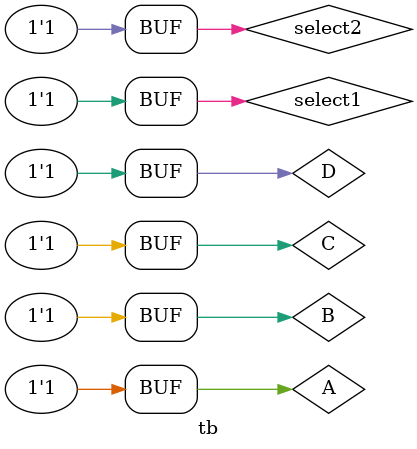
<source format=v>
`timescale 1ns / 1ps



module tb(
            
    );
    reg A,B,C,D,select1,select2;
    wire y ;
    Four_2_1 mux_test(.s1(select1),.s2(select2),.s3(y),.a(A),.b(B),.c(C),.d(D));      
    initial
    begin
    select1=0;A=0;B=0;C=0;D=0;select2=0;
    #100 select1=0;A=0;B=1;C=0;D=0;
    #100 select1=0;A=1;B=0;C=1;D=0;
    #100 select1=0;A=1;B=1;D=0;C=0;
    #100 select1=1;A=0;B=0;C=1;D=1;
    #100 select1=1;A=0;B=1;D=1;C=0;
    #100 select1=1;A=1;B=0;C=0;D=0;
    #100 select1=1;A=1;B=1;C=1;D=1;
    #100 select2 = 1;
    #100 select1=0;A=0;B=1;C=0;D=0;
    #100 select1=0;A=1;B=0;C=1;D=0;
    #100 select1=0;A=1;B=1;D=0;C=0;
    #100 select1=1;A=0;B=0;C=1;D=1;
    #100 select1=1;A=0;B=1;D=1;C=0;
    #100 select1=1;A=1;B=0;C=0;D=0;
    #100 select1=1;A=1;B=1;C=1;D=1;
    end
endmodule

</source>
